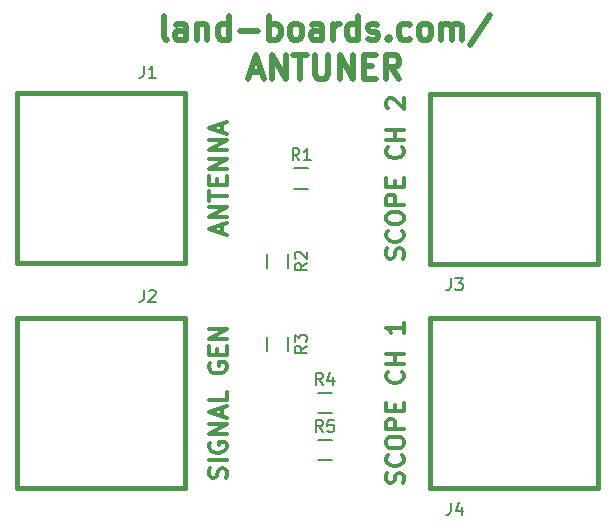
<source format=gbr>
G04 #@! TF.FileFunction,Legend,Top*
%FSLAX46Y46*%
G04 Gerber Fmt 4.6, Leading zero omitted, Abs format (unit mm)*
G04 Created by KiCad (PCBNEW (after 2015-mar-04 BZR unknown)-product) date 4/17/2017 8:10:34 AM*
%MOMM*%
G01*
G04 APERTURE LIST*
%ADD10C,0.150000*%
%ADD11C,0.300000*%
%ADD12C,0.500000*%
%ADD13C,0.381000*%
G04 APERTURE END LIST*
D10*
D11*
X17607143Y-40357143D02*
X17678571Y-40142857D01*
X17678571Y-39785714D01*
X17607143Y-39642857D01*
X17535714Y-39571428D01*
X17392857Y-39500000D01*
X17250000Y-39500000D01*
X17107143Y-39571428D01*
X17035714Y-39642857D01*
X16964286Y-39785714D01*
X16892857Y-40071428D01*
X16821429Y-40214286D01*
X16750000Y-40285714D01*
X16607143Y-40357143D01*
X16464286Y-40357143D01*
X16321429Y-40285714D01*
X16250000Y-40214286D01*
X16178571Y-40071428D01*
X16178571Y-39714286D01*
X16250000Y-39500000D01*
X17678571Y-38857143D02*
X16178571Y-38857143D01*
X16250000Y-37357143D02*
X16178571Y-37500000D01*
X16178571Y-37714286D01*
X16250000Y-37928571D01*
X16392857Y-38071429D01*
X16535714Y-38142857D01*
X16821429Y-38214286D01*
X17035714Y-38214286D01*
X17321429Y-38142857D01*
X17464286Y-38071429D01*
X17607143Y-37928571D01*
X17678571Y-37714286D01*
X17678571Y-37571429D01*
X17607143Y-37357143D01*
X17535714Y-37285714D01*
X17035714Y-37285714D01*
X17035714Y-37571429D01*
X17678571Y-36642857D02*
X16178571Y-36642857D01*
X17678571Y-35785714D01*
X16178571Y-35785714D01*
X17250000Y-35142857D02*
X17250000Y-34428571D01*
X17678571Y-35285714D02*
X16178571Y-34785714D01*
X17678571Y-34285714D01*
X17678571Y-33071428D02*
X17678571Y-33785714D01*
X16178571Y-33785714D01*
X16250000Y-30642857D02*
X16178571Y-30785714D01*
X16178571Y-31000000D01*
X16250000Y-31214285D01*
X16392857Y-31357143D01*
X16535714Y-31428571D01*
X16821429Y-31500000D01*
X17035714Y-31500000D01*
X17321429Y-31428571D01*
X17464286Y-31357143D01*
X17607143Y-31214285D01*
X17678571Y-31000000D01*
X17678571Y-30857143D01*
X17607143Y-30642857D01*
X17535714Y-30571428D01*
X17035714Y-30571428D01*
X17035714Y-30857143D01*
X16892857Y-29928571D02*
X16892857Y-29428571D01*
X17678571Y-29214285D02*
X17678571Y-29928571D01*
X16178571Y-29928571D01*
X16178571Y-29214285D01*
X17678571Y-28571428D02*
X16178571Y-28571428D01*
X17678571Y-27714285D01*
X16178571Y-27714285D01*
X32607143Y-40785714D02*
X32678571Y-40571428D01*
X32678571Y-40214285D01*
X32607143Y-40071428D01*
X32535714Y-39999999D01*
X32392857Y-39928571D01*
X32250000Y-39928571D01*
X32107143Y-39999999D01*
X32035714Y-40071428D01*
X31964286Y-40214285D01*
X31892857Y-40499999D01*
X31821429Y-40642857D01*
X31750000Y-40714285D01*
X31607143Y-40785714D01*
X31464286Y-40785714D01*
X31321429Y-40714285D01*
X31250000Y-40642857D01*
X31178571Y-40499999D01*
X31178571Y-40142857D01*
X31250000Y-39928571D01*
X32535714Y-38428571D02*
X32607143Y-38500000D01*
X32678571Y-38714286D01*
X32678571Y-38857143D01*
X32607143Y-39071428D01*
X32464286Y-39214286D01*
X32321429Y-39285714D01*
X32035714Y-39357143D01*
X31821429Y-39357143D01*
X31535714Y-39285714D01*
X31392857Y-39214286D01*
X31250000Y-39071428D01*
X31178571Y-38857143D01*
X31178571Y-38714286D01*
X31250000Y-38500000D01*
X31321429Y-38428571D01*
X31178571Y-37500000D02*
X31178571Y-37214286D01*
X31250000Y-37071428D01*
X31392857Y-36928571D01*
X31678571Y-36857143D01*
X32178571Y-36857143D01*
X32464286Y-36928571D01*
X32607143Y-37071428D01*
X32678571Y-37214286D01*
X32678571Y-37500000D01*
X32607143Y-37642857D01*
X32464286Y-37785714D01*
X32178571Y-37857143D01*
X31678571Y-37857143D01*
X31392857Y-37785714D01*
X31250000Y-37642857D01*
X31178571Y-37500000D01*
X32678571Y-36214285D02*
X31178571Y-36214285D01*
X31178571Y-35642857D01*
X31250000Y-35499999D01*
X31321429Y-35428571D01*
X31464286Y-35357142D01*
X31678571Y-35357142D01*
X31821429Y-35428571D01*
X31892857Y-35499999D01*
X31964286Y-35642857D01*
X31964286Y-36214285D01*
X31892857Y-34714285D02*
X31892857Y-34214285D01*
X32678571Y-33999999D02*
X32678571Y-34714285D01*
X31178571Y-34714285D01*
X31178571Y-33999999D01*
X32535714Y-31357142D02*
X32607143Y-31428571D01*
X32678571Y-31642857D01*
X32678571Y-31785714D01*
X32607143Y-31999999D01*
X32464286Y-32142857D01*
X32321429Y-32214285D01*
X32035714Y-32285714D01*
X31821429Y-32285714D01*
X31535714Y-32214285D01*
X31392857Y-32142857D01*
X31250000Y-31999999D01*
X31178571Y-31785714D01*
X31178571Y-31642857D01*
X31250000Y-31428571D01*
X31321429Y-31357142D01*
X32678571Y-30714285D02*
X31178571Y-30714285D01*
X31892857Y-30714285D02*
X31892857Y-29857142D01*
X32678571Y-29857142D02*
X31178571Y-29857142D01*
X32678571Y-27214285D02*
X32678571Y-28071428D01*
X32678571Y-27642856D02*
X31178571Y-27642856D01*
X31392857Y-27785713D01*
X31535714Y-27928571D01*
X31607143Y-28071428D01*
X17250000Y-19607143D02*
X17250000Y-18892857D01*
X17678571Y-19750000D02*
X16178571Y-19250000D01*
X17678571Y-18750000D01*
X17678571Y-18250000D02*
X16178571Y-18250000D01*
X17678571Y-17392857D01*
X16178571Y-17392857D01*
X16178571Y-16892857D02*
X16178571Y-16035714D01*
X17678571Y-16464285D02*
X16178571Y-16464285D01*
X16892857Y-15535714D02*
X16892857Y-15035714D01*
X17678571Y-14821428D02*
X17678571Y-15535714D01*
X16178571Y-15535714D01*
X16178571Y-14821428D01*
X17678571Y-14178571D02*
X16178571Y-14178571D01*
X17678571Y-13321428D01*
X16178571Y-13321428D01*
X17678571Y-12607142D02*
X16178571Y-12607142D01*
X17678571Y-11749999D01*
X16178571Y-11749999D01*
X17250000Y-11107142D02*
X17250000Y-10392856D01*
X17678571Y-11249999D02*
X16178571Y-10749999D01*
X17678571Y-10249999D01*
X32607143Y-21785714D02*
X32678571Y-21571428D01*
X32678571Y-21214285D01*
X32607143Y-21071428D01*
X32535714Y-20999999D01*
X32392857Y-20928571D01*
X32250000Y-20928571D01*
X32107143Y-20999999D01*
X32035714Y-21071428D01*
X31964286Y-21214285D01*
X31892857Y-21499999D01*
X31821429Y-21642857D01*
X31750000Y-21714285D01*
X31607143Y-21785714D01*
X31464286Y-21785714D01*
X31321429Y-21714285D01*
X31250000Y-21642857D01*
X31178571Y-21499999D01*
X31178571Y-21142857D01*
X31250000Y-20928571D01*
X32535714Y-19428571D02*
X32607143Y-19500000D01*
X32678571Y-19714286D01*
X32678571Y-19857143D01*
X32607143Y-20071428D01*
X32464286Y-20214286D01*
X32321429Y-20285714D01*
X32035714Y-20357143D01*
X31821429Y-20357143D01*
X31535714Y-20285714D01*
X31392857Y-20214286D01*
X31250000Y-20071428D01*
X31178571Y-19857143D01*
X31178571Y-19714286D01*
X31250000Y-19500000D01*
X31321429Y-19428571D01*
X31178571Y-18500000D02*
X31178571Y-18214286D01*
X31250000Y-18071428D01*
X31392857Y-17928571D01*
X31678571Y-17857143D01*
X32178571Y-17857143D01*
X32464286Y-17928571D01*
X32607143Y-18071428D01*
X32678571Y-18214286D01*
X32678571Y-18500000D01*
X32607143Y-18642857D01*
X32464286Y-18785714D01*
X32178571Y-18857143D01*
X31678571Y-18857143D01*
X31392857Y-18785714D01*
X31250000Y-18642857D01*
X31178571Y-18500000D01*
X32678571Y-17214285D02*
X31178571Y-17214285D01*
X31178571Y-16642857D01*
X31250000Y-16499999D01*
X31321429Y-16428571D01*
X31464286Y-16357142D01*
X31678571Y-16357142D01*
X31821429Y-16428571D01*
X31892857Y-16499999D01*
X31964286Y-16642857D01*
X31964286Y-17214285D01*
X31892857Y-15714285D02*
X31892857Y-15214285D01*
X32678571Y-14999999D02*
X32678571Y-15714285D01*
X31178571Y-15714285D01*
X31178571Y-14999999D01*
X32535714Y-12357142D02*
X32607143Y-12428571D01*
X32678571Y-12642857D01*
X32678571Y-12785714D01*
X32607143Y-12999999D01*
X32464286Y-13142857D01*
X32321429Y-13214285D01*
X32035714Y-13285714D01*
X31821429Y-13285714D01*
X31535714Y-13214285D01*
X31392857Y-13142857D01*
X31250000Y-12999999D01*
X31178571Y-12785714D01*
X31178571Y-12642857D01*
X31250000Y-12428571D01*
X31321429Y-12357142D01*
X32678571Y-11714285D02*
X31178571Y-11714285D01*
X31892857Y-11714285D02*
X31892857Y-10857142D01*
X32678571Y-10857142D02*
X31178571Y-10857142D01*
X31321429Y-9071428D02*
X31250000Y-8999999D01*
X31178571Y-8857142D01*
X31178571Y-8499999D01*
X31250000Y-8357142D01*
X31321429Y-8285713D01*
X31464286Y-8214285D01*
X31607143Y-8214285D01*
X31821429Y-8285713D01*
X32678571Y-9142856D01*
X32678571Y-8214285D01*
D12*
X12619047Y-3254762D02*
X12428571Y-3159524D01*
X12333332Y-2969048D01*
X12333332Y-1254762D01*
X14238094Y-3254762D02*
X14238094Y-2207143D01*
X14142856Y-2016667D01*
X13952380Y-1921429D01*
X13571428Y-1921429D01*
X13380951Y-2016667D01*
X14238094Y-3159524D02*
X14047618Y-3254762D01*
X13571428Y-3254762D01*
X13380951Y-3159524D01*
X13285713Y-2969048D01*
X13285713Y-2778571D01*
X13380951Y-2588095D01*
X13571428Y-2492857D01*
X14047618Y-2492857D01*
X14238094Y-2397619D01*
X15190475Y-1921429D02*
X15190475Y-3254762D01*
X15190475Y-2111905D02*
X15285714Y-2016667D01*
X15476190Y-1921429D01*
X15761904Y-1921429D01*
X15952380Y-2016667D01*
X16047618Y-2207143D01*
X16047618Y-3254762D01*
X17857142Y-3254762D02*
X17857142Y-1254762D01*
X17857142Y-3159524D02*
X17666666Y-3254762D01*
X17285714Y-3254762D01*
X17095238Y-3159524D01*
X16999999Y-3064286D01*
X16904761Y-2873810D01*
X16904761Y-2302381D01*
X16999999Y-2111905D01*
X17095238Y-2016667D01*
X17285714Y-1921429D01*
X17666666Y-1921429D01*
X17857142Y-2016667D01*
X18809523Y-2492857D02*
X20333333Y-2492857D01*
X21285713Y-3254762D02*
X21285713Y-1254762D01*
X21285713Y-2016667D02*
X21476190Y-1921429D01*
X21857142Y-1921429D01*
X22047618Y-2016667D01*
X22142856Y-2111905D01*
X22238094Y-2302381D01*
X22238094Y-2873810D01*
X22142856Y-3064286D01*
X22047618Y-3159524D01*
X21857142Y-3254762D01*
X21476190Y-3254762D01*
X21285713Y-3159524D01*
X23380952Y-3254762D02*
X23190476Y-3159524D01*
X23095237Y-3064286D01*
X22999999Y-2873810D01*
X22999999Y-2302381D01*
X23095237Y-2111905D01*
X23190476Y-2016667D01*
X23380952Y-1921429D01*
X23666666Y-1921429D01*
X23857142Y-2016667D01*
X23952380Y-2111905D01*
X24047618Y-2302381D01*
X24047618Y-2873810D01*
X23952380Y-3064286D01*
X23857142Y-3159524D01*
X23666666Y-3254762D01*
X23380952Y-3254762D01*
X25761904Y-3254762D02*
X25761904Y-2207143D01*
X25666666Y-2016667D01*
X25476190Y-1921429D01*
X25095238Y-1921429D01*
X24904761Y-2016667D01*
X25761904Y-3159524D02*
X25571428Y-3254762D01*
X25095238Y-3254762D01*
X24904761Y-3159524D01*
X24809523Y-2969048D01*
X24809523Y-2778571D01*
X24904761Y-2588095D01*
X25095238Y-2492857D01*
X25571428Y-2492857D01*
X25761904Y-2397619D01*
X26714285Y-3254762D02*
X26714285Y-1921429D01*
X26714285Y-2302381D02*
X26809524Y-2111905D01*
X26904762Y-2016667D01*
X27095238Y-1921429D01*
X27285714Y-1921429D01*
X28809523Y-3254762D02*
X28809523Y-1254762D01*
X28809523Y-3159524D02*
X28619047Y-3254762D01*
X28238095Y-3254762D01*
X28047619Y-3159524D01*
X27952380Y-3064286D01*
X27857142Y-2873810D01*
X27857142Y-2302381D01*
X27952380Y-2111905D01*
X28047619Y-2016667D01*
X28238095Y-1921429D01*
X28619047Y-1921429D01*
X28809523Y-2016667D01*
X29666666Y-3159524D02*
X29857143Y-3254762D01*
X30238095Y-3254762D01*
X30428571Y-3159524D01*
X30523809Y-2969048D01*
X30523809Y-2873810D01*
X30428571Y-2683333D01*
X30238095Y-2588095D01*
X29952381Y-2588095D01*
X29761904Y-2492857D01*
X29666666Y-2302381D01*
X29666666Y-2207143D01*
X29761904Y-2016667D01*
X29952381Y-1921429D01*
X30238095Y-1921429D01*
X30428571Y-2016667D01*
X31380952Y-3064286D02*
X31476191Y-3159524D01*
X31380952Y-3254762D01*
X31285714Y-3159524D01*
X31380952Y-3064286D01*
X31380952Y-3254762D01*
X33190476Y-3159524D02*
X33000000Y-3254762D01*
X32619048Y-3254762D01*
X32428572Y-3159524D01*
X32333333Y-3064286D01*
X32238095Y-2873810D01*
X32238095Y-2302381D01*
X32333333Y-2111905D01*
X32428572Y-2016667D01*
X32619048Y-1921429D01*
X33000000Y-1921429D01*
X33190476Y-2016667D01*
X34333334Y-3254762D02*
X34142858Y-3159524D01*
X34047619Y-3064286D01*
X33952381Y-2873810D01*
X33952381Y-2302381D01*
X34047619Y-2111905D01*
X34142858Y-2016667D01*
X34333334Y-1921429D01*
X34619048Y-1921429D01*
X34809524Y-2016667D01*
X34904762Y-2111905D01*
X35000000Y-2302381D01*
X35000000Y-2873810D01*
X34904762Y-3064286D01*
X34809524Y-3159524D01*
X34619048Y-3254762D01*
X34333334Y-3254762D01*
X35857143Y-3254762D02*
X35857143Y-1921429D01*
X35857143Y-2111905D02*
X35952382Y-2016667D01*
X36142858Y-1921429D01*
X36428572Y-1921429D01*
X36619048Y-2016667D01*
X36714286Y-2207143D01*
X36714286Y-3254762D01*
X36714286Y-2207143D02*
X36809524Y-2016667D01*
X37000001Y-1921429D01*
X37285715Y-1921429D01*
X37476191Y-2016667D01*
X37571429Y-2207143D01*
X37571429Y-3254762D01*
X39952382Y-1159524D02*
X38238096Y-3730952D01*
X19714285Y-5983333D02*
X20666666Y-5983333D01*
X19523809Y-6554762D02*
X20190476Y-4554762D01*
X20857143Y-6554762D01*
X21523809Y-6554762D02*
X21523809Y-4554762D01*
X22666667Y-6554762D01*
X22666667Y-4554762D01*
X23333333Y-4554762D02*
X24476190Y-4554762D01*
X23904762Y-6554762D02*
X23904762Y-4554762D01*
X25142857Y-4554762D02*
X25142857Y-6173810D01*
X25238096Y-6364286D01*
X25333334Y-6459524D01*
X25523810Y-6554762D01*
X25904762Y-6554762D01*
X26095238Y-6459524D01*
X26190477Y-6364286D01*
X26285715Y-6173810D01*
X26285715Y-4554762D01*
X27238095Y-6554762D02*
X27238095Y-4554762D01*
X28380953Y-6554762D01*
X28380953Y-4554762D01*
X29333333Y-5507143D02*
X30000000Y-5507143D01*
X30285714Y-6554762D02*
X29333333Y-6554762D01*
X29333333Y-4554762D01*
X30285714Y-4554762D01*
X32285715Y-6554762D02*
X31619048Y-5602381D01*
X31142857Y-6554762D02*
X31142857Y-4554762D01*
X31904762Y-4554762D01*
X32095238Y-4650000D01*
X32190477Y-4745238D01*
X32285715Y-4935714D01*
X32285715Y-5221429D01*
X32190477Y-5411905D01*
X32095238Y-5507143D01*
X31904762Y-5602381D01*
X31142857Y-5602381D01*
D13*
X14117600Y-22188200D02*
X-83540Y-22188200D01*
X-78460Y-22193280D02*
X-78460Y-7794020D01*
X-83540Y-7788940D02*
X14117600Y-7788940D01*
X14135380Y-22188200D02*
X14135380Y-7788940D01*
X34882400Y-7811800D02*
X49083540Y-7811800D01*
X49078460Y-7806720D02*
X49078460Y-22205980D01*
X49083540Y-22211060D02*
X34882400Y-22211060D01*
X34864620Y-7811800D02*
X34864620Y-22211060D01*
D10*
X25400000Y-33125000D02*
X26600000Y-33125000D01*
X26600000Y-34875000D02*
X25400000Y-34875000D01*
X22875000Y-21400000D02*
X22875000Y-22600000D01*
X21125000Y-22600000D02*
X21125000Y-21400000D01*
X21125000Y-29600000D02*
X21125000Y-28400000D01*
X22875000Y-28400000D02*
X22875000Y-29600000D01*
X24600000Y-15875000D02*
X23400000Y-15875000D01*
X23400000Y-14125000D02*
X24600000Y-14125000D01*
X26600000Y-38875000D02*
X25400000Y-38875000D01*
X25400000Y-37125000D02*
X26600000Y-37125000D01*
D13*
X14117600Y-41188200D02*
X-83540Y-41188200D01*
X-78460Y-41193280D02*
X-78460Y-26794020D01*
X-83540Y-26788940D02*
X14117600Y-26788940D01*
X14135380Y-41188200D02*
X14135380Y-26788940D01*
X34882400Y-26811800D02*
X49083540Y-26811800D01*
X49078460Y-26806720D02*
X49078460Y-41205980D01*
X49083540Y-41211060D02*
X34882400Y-41211060D01*
X34864620Y-26811800D02*
X34864620Y-41211060D01*
D10*
X10666667Y-5452381D02*
X10666667Y-6166667D01*
X10619047Y-6309524D01*
X10523809Y-6404762D01*
X10380952Y-6452381D01*
X10285714Y-6452381D01*
X11666667Y-6452381D02*
X11095238Y-6452381D01*
X11380952Y-6452381D02*
X11380952Y-5452381D01*
X11285714Y-5595238D01*
X11190476Y-5690476D01*
X11095238Y-5738095D01*
X36666667Y-23452381D02*
X36666667Y-24166667D01*
X36619047Y-24309524D01*
X36523809Y-24404762D01*
X36380952Y-24452381D01*
X36285714Y-24452381D01*
X37047619Y-23452381D02*
X37666667Y-23452381D01*
X37333333Y-23833333D01*
X37476191Y-23833333D01*
X37571429Y-23880952D01*
X37619048Y-23928571D01*
X37666667Y-24023810D01*
X37666667Y-24261905D01*
X37619048Y-24357143D01*
X37571429Y-24404762D01*
X37476191Y-24452381D01*
X37190476Y-24452381D01*
X37095238Y-24404762D01*
X37047619Y-24357143D01*
X25833334Y-32452381D02*
X25500000Y-31976190D01*
X25261905Y-32452381D02*
X25261905Y-31452381D01*
X25642858Y-31452381D01*
X25738096Y-31500000D01*
X25785715Y-31547619D01*
X25833334Y-31642857D01*
X25833334Y-31785714D01*
X25785715Y-31880952D01*
X25738096Y-31928571D01*
X25642858Y-31976190D01*
X25261905Y-31976190D01*
X26690477Y-31785714D02*
X26690477Y-32452381D01*
X26452381Y-31404762D02*
X26214286Y-32119048D01*
X26833334Y-32119048D01*
X24452381Y-22166666D02*
X23976190Y-22500000D01*
X24452381Y-22738095D02*
X23452381Y-22738095D01*
X23452381Y-22357142D01*
X23500000Y-22261904D01*
X23547619Y-22214285D01*
X23642857Y-22166666D01*
X23785714Y-22166666D01*
X23880952Y-22214285D01*
X23928571Y-22261904D01*
X23976190Y-22357142D01*
X23976190Y-22738095D01*
X23547619Y-21785714D02*
X23500000Y-21738095D01*
X23452381Y-21642857D01*
X23452381Y-21404761D01*
X23500000Y-21309523D01*
X23547619Y-21261904D01*
X23642857Y-21214285D01*
X23738095Y-21214285D01*
X23880952Y-21261904D01*
X24452381Y-21833333D01*
X24452381Y-21214285D01*
X24452381Y-29166666D02*
X23976190Y-29500000D01*
X24452381Y-29738095D02*
X23452381Y-29738095D01*
X23452381Y-29357142D01*
X23500000Y-29261904D01*
X23547619Y-29214285D01*
X23642857Y-29166666D01*
X23785714Y-29166666D01*
X23880952Y-29214285D01*
X23928571Y-29261904D01*
X23976190Y-29357142D01*
X23976190Y-29738095D01*
X23452381Y-28833333D02*
X23452381Y-28214285D01*
X23833333Y-28547619D01*
X23833333Y-28404761D01*
X23880952Y-28309523D01*
X23928571Y-28261904D01*
X24023810Y-28214285D01*
X24261905Y-28214285D01*
X24357143Y-28261904D01*
X24404762Y-28309523D01*
X24452381Y-28404761D01*
X24452381Y-28690476D01*
X24404762Y-28785714D01*
X24357143Y-28833333D01*
X23833334Y-13452381D02*
X23500000Y-12976190D01*
X23261905Y-13452381D02*
X23261905Y-12452381D01*
X23642858Y-12452381D01*
X23738096Y-12500000D01*
X23785715Y-12547619D01*
X23833334Y-12642857D01*
X23833334Y-12785714D01*
X23785715Y-12880952D01*
X23738096Y-12928571D01*
X23642858Y-12976190D01*
X23261905Y-12976190D01*
X24785715Y-13452381D02*
X24214286Y-13452381D01*
X24500000Y-13452381D02*
X24500000Y-12452381D01*
X24404762Y-12595238D01*
X24309524Y-12690476D01*
X24214286Y-12738095D01*
X25833334Y-36452381D02*
X25500000Y-35976190D01*
X25261905Y-36452381D02*
X25261905Y-35452381D01*
X25642858Y-35452381D01*
X25738096Y-35500000D01*
X25785715Y-35547619D01*
X25833334Y-35642857D01*
X25833334Y-35785714D01*
X25785715Y-35880952D01*
X25738096Y-35928571D01*
X25642858Y-35976190D01*
X25261905Y-35976190D01*
X26738096Y-35452381D02*
X26261905Y-35452381D01*
X26214286Y-35928571D01*
X26261905Y-35880952D01*
X26357143Y-35833333D01*
X26595239Y-35833333D01*
X26690477Y-35880952D01*
X26738096Y-35928571D01*
X26785715Y-36023810D01*
X26785715Y-36261905D01*
X26738096Y-36357143D01*
X26690477Y-36404762D01*
X26595239Y-36452381D01*
X26357143Y-36452381D01*
X26261905Y-36404762D01*
X26214286Y-36357143D01*
X10666667Y-24452381D02*
X10666667Y-25166667D01*
X10619047Y-25309524D01*
X10523809Y-25404762D01*
X10380952Y-25452381D01*
X10285714Y-25452381D01*
X11095238Y-24547619D02*
X11142857Y-24500000D01*
X11238095Y-24452381D01*
X11476191Y-24452381D01*
X11571429Y-24500000D01*
X11619048Y-24547619D01*
X11666667Y-24642857D01*
X11666667Y-24738095D01*
X11619048Y-24880952D01*
X11047619Y-25452381D01*
X11666667Y-25452381D01*
X36666667Y-42452381D02*
X36666667Y-43166667D01*
X36619047Y-43309524D01*
X36523809Y-43404762D01*
X36380952Y-43452381D01*
X36285714Y-43452381D01*
X37571429Y-42785714D02*
X37571429Y-43452381D01*
X37333333Y-42404762D02*
X37095238Y-43119048D01*
X37714286Y-43119048D01*
M02*

</source>
